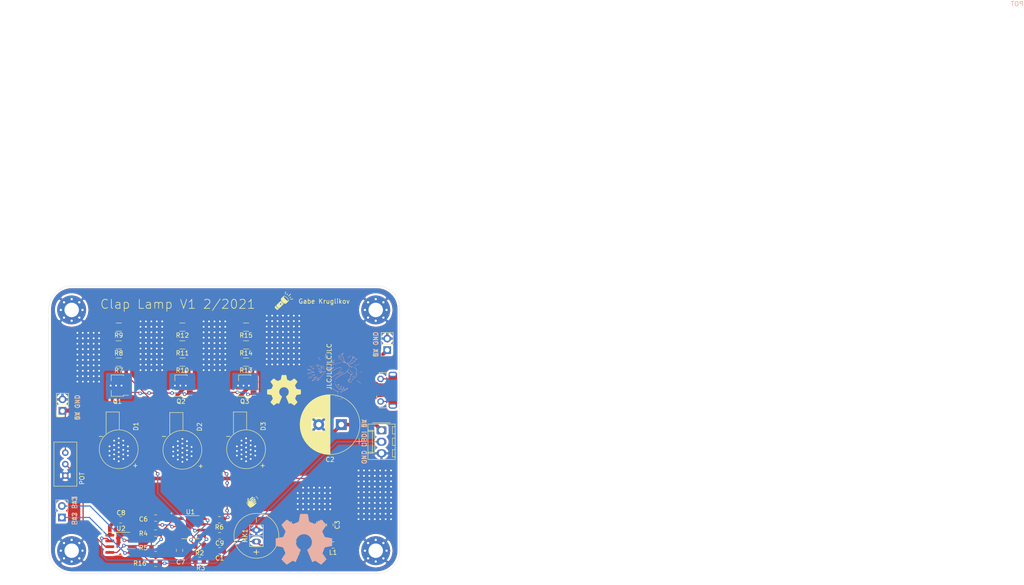
<source format=kicad_pcb>
(kicad_pcb (version 20211014) (generator pcbnew)
  (layers (0 "F.Cu" signal) (31 "B.Cu" signal) (34 "B.Paste" user) (35 "F.Paste" user) (36 "B.SilkS" user "B.Silkscreen") (37 "F.SilkS" user "F.Silkscreen") (38 "B.Mask" user) (39 "F.Mask" user) (44 "Edge.Cuts" user))
  (net 0 "")
  (net 1 "Net-(C1-Pad2)")
  (net 2 "Net-(C1-Pad1)")
  (net 3 "+5V")
  (net 4 "GND")
  (net 5 "Net-(C3-Pad2)")
  (net 6 "+5VA")
  (net 7 "Audio")
  (net 8 "Net-(C6-Pad1)")
  (net 9 "Net-(C7-Pad2)")
  (net 10 "Net-(C9-Pad2)")
  (net 11 "Net-(C9-Pad1)")
  (net 12 "Net-(D1-Pad1)")
  (net 13 "Net-(D2-Pad1)")
  (net 14 "Net-(D3-Pad1)")
  (net 15 "Net-(J1-Pad6)")
  (net 16 "Net-(J1-Pad3)")
  (net 17 "Net-(J1-Pad4)")
  (net 18 "Net-(J1-Pad2)")
  (net 19 "UPDI")
  (net 20 "Net-(J5-Pad2)")
  (net 21 "Net-(J5-Pad1)")
  (net 22 "Net-(Q1-Pad1)")
  (net 23 "Net-(Q2-Pad3)")
  (net 24 "Net-(Q3-Pad3)")
  (net 25 "slope_set")
  (net 26 "DAC")
  (net 27 "Net-(J4-Pad2)")
  (footprint "Capacitor_SMD:C_0805_2012Metric" (layer "F.Cu") (at 192.786 139.7)
    (fp_text reference "C1")
    (fp_text value "1u")
  )
  (footprint "Capacitor_THT:CP_Radial_D13.0mm_P5.00mm" (layer "F.Cu") (at 219.71 111.76 180)
    (fp_text reference "C2")
    (fp_text value "470u")
  )
  (footprint "Capacitor_SMD:C_1206_3216Metric" (layer "F.Cu") (at 213.36 133.855 -90)
    (fp_text reference "C5")
    (fp_text value "47u")
  )
  (footprint "Capacitor_SMD:C_0805_2012Metric" (layer "F.Cu") (at 183.896 139.6215 -90)
    (fp_text reference "C7")
    (fp_text value "10u")
  )
  (footprint "Capacitor_SMD:C_0805_2012Metric" (layer "F.Cu") (at 192.786 136.398 180)
    (fp_text reference "C9")
    (fp_text value "1p")
  )
  (footprint "Connector_PinSocket_2.54mm:PinSocket_1x02_P2.54mm_Vertical" (layer "F.Cu") (at 157.861 132.334 180)
    (fp_text reference "J5" hide)
    (fp_text value "SPARE_PINS")
  )
  (footprint "clap_detector:electret" (layer "F.Cu") (at 200.914 136.398 -90)
    (fp_text reference "MK1")
    (fp_text value "Mic")
  )
  (footprint "Package_TO_SOT_SMD:SOT-89-3" (layer "F.Cu") (at 184.531 103.124 180)
    (fp_text reference "Q2")
    (fp_text value "D882")
  )
  (footprint "Resistor_SMD:R_0805_2012Metric" (layer "F.Cu") (at 209.55 138.43 180)
    (fp_text reference "R1")
    (fp_text value "10k")
  )
  (footprint "Resistor_SMD:R_0805_2012Metric" (layer "F.Cu") (at 188.341 141.859 180)
    (fp_text reference "R3")
    (fp_text value "100k")
  )
  (footprint "Resistor_SMD:R_0805_2012Metric" (layer "F.Cu") (at 178.6105 135.805333 180)
    (fp_text reference "R4")
    (fp_text value "100k")
  )
  (footprint "Resistor_SMD:R_0805_2012Metric" (layer "F.Cu") (at 178.6105 139.149666 180)
    (fp_text reference "R5")
    (fp_text value "1k")
  )
  (footprint "Resistor_SMD:R_0805_2012Metric" (layer "F.Cu") (at 192.7075 132.842 180)
    (fp_text reference "R6")
    (fp_text value "100")
  )
  (footprint "Resistor_SMD:R_1206_3216Metric" (layer "F.Cu") (at 170.434 97.917 180)
    (fp_text reference "R7")
    (fp_text value "10")
  )
  (footprint "Resistor_SMD:R_1206_3216Metric" (layer "F.Cu") (at 170.434 94.107 180)
    (fp_text reference "R8")
    (fp_text value "10")
  )
  (footprint "Resistor_SMD:R_1206_3216Metric" (layer "F.Cu") (at 170.434 90.17 180)
    (fp_text reference "R9")
    (fp_text value "10")
  )
  (footprint "Resistor_SMD:R_1206_3216Metric" (layer "F.Cu") (at 184.531 97.917 180)
    (fp_text reference "R10")
    (fp_text value "10")
  )
  (footprint "Resistor_SMD:R_1206_3216Metric" (layer "F.Cu") (at 184.531 94.107 180)
    (fp_text reference "R11")
    (fp_text value "10")
  )
  (footprint "Resistor_SMD:R_1206_3216Metric" (layer "F.Cu") (at 184.531 90.17 180)
    (fp_text reference "R12")
    (fp_text value "10")
  )
  (footprint "Resistor_SMD:R_1206_3216Metric" (layer "F.Cu") (at 198.628 97.917 180)
    (fp_text reference "R13")
    (fp_text value "10")
  )
  (footprint "Resistor_SMD:R_1206_3216Metric" (layer "F.Cu") (at 198.628 94.107 180)
    (fp_text reference "R14")
    (fp_text value "10")
  )
  (footprint "Resistor_SMD:R_1206_3216Metric" (layer "F.Cu") (at 198.628 90.17 180)
    (fp_text reference "R15")
    (fp_text value "10")
  )
  (footprint "Package_SO:SOIC-8_3.9x4.9mm_P1.27mm" (layer "F.Cu") (at 186.309 134.493)
    (fp_text reference "U1")
    (fp_text value "MCP6002-xSN")
  )
  (footprint "Package_SO:SOIC-8_3.9x4.9mm_P1.27mm" (layer "F.Cu") (at 170.942 138.176)
    (fp_text reference "U2")
    (fp_text value "ATtiny412-SS")
  )
  (footprint "Resistor_SMD:R_0805_2012Metric" (layer "F.Cu") (at 178.6105 142.494)
    (fp_text reference "R16")
    (fp_text value "4.7k")
  )
  (footprint "Package_TO_SOT_SMD:SOT-89-3" (layer "F.Cu") (at 170.434 103.124 180)
    (fp_text reference "Q1")
    (fp_text value "D882")
  )
  (footprint "Connector_PinSocket_2.54mm:PinSocket_1x02_P2.54mm_Vertical" (layer "F.Cu") (at 229.87 95.25 180)
    (fp_text reference "J2" hide)
    (fp_text value "PWR")
  )
  (footprint "Capacitor_SMD:C_0805_2012Metric" (layer "F.Cu") (at 217.8835 138.43 180)
    (fp_text reference "L1")
    (fp_text value "22u")
  )
  (footprint "Capacitor_SMD:C_1206_3216Metric" (layer "F.Cu") (at 209.55 133.855 -90)
    (fp_text reference "C4")
    (fp_text value "47u")
  )
  (footprint "Capacitor_SMD:C_0805_2012Metric" (layer "F.Cu") (at 178.6105 132.461)
    (fp_text reference "C6")
    (fp_text value "10p")
  )
  (footprint "Package_TO_SOT_SMD:SOT-89-3" (layer "F.Cu") (at 198.628 103.124 180)
    (fp_text reference "Q3")
    (fp_text value "D882")
  )
  (footprint "Capacitor_SMD:C_0805_2012Metric" (layer "F.Cu") (at 170.8635 132.842 180)
    (fp_text reference "C8")
    (fp_text value "100n")
  )
  (footprint "Connector_Molex:Molex_KK-254_AE-6410-03A_1x03_P2.54mm_Vertical" (layer "F.Cu") (at 228.6 113.03 -90)
    (fp_text reference "J4" hide)
    (fp_text value "PROG")
  )
  (footprint "MountingHole:MountingHole_3.2mm_M3_Pad_Via" (layer "F.Cu") (at 160.02 86.36)
    (fp_text reference "H2" hide)
    (fp_text value "MountingHole_Pad")
  )
  (footprint "MountingHole:MountingHole_3.2mm_M3_Pad_Via" (layer "F.Cu") (at 160.02 139.7)
    (fp_text reference "H3" hide)
    (fp_text value "MountingHole_Pad")
  )
  (footprint "MountingHole:MountingHole_3.2mm_M3_Pad_Via" (layer "F.Cu") (at 227.33 139.7)
    (fp_text reference "H4" hide)
    (fp_text value "MountingHole_Pad")
  )
  (footprint "MountingHole:MountingHole_3.2mm_M3_Pad_Via" (layer "F.Cu") (at 227.33 86.36)
    (fp_text reference "H1" hide)
    (fp_text value "MountingHole_Pad")
  )
  (footprint "Connector_PinSocket_2.54mm:PinSocket_1x02_P2.54mm_Vertical" (layer "F.Cu") (at 157.988 108.712 180)
    (fp_text reference "J3" hide)
    (fp_text value "PWR")
  )
  (footprint "Connector_USB:USB_Micro-B_Molex-105017-0001" (layer "F.Cu") (at 229.87 104.14 90)
    (fp_text reference "J1" hide)
    (fp_text value "USB_B_Micro")
  )
  (footprint "Capacitor_SMD:C_0805_2012Metric" (layer "F.Cu") (at 213.6625 138.43 180)
    (fp_text reference "L2")
    (fp_text value "47u")
  )
  (footprint "Resistor_SMD:R_0805_2012Metric" (layer "F.Cu") (at 188.341 138.557)
    (fp_text reference "R2")
    (fp_text value "100k")
  )
  (footprint "LED_SMD:LED_1W_3W_R8" (layer "F.Cu") (at 170.434 117.221 -90)
    (fp_text reference "D1")
    (fp_text value "LED_PAD")
  )
  (footprint "LED_SMD:LED_1W_3W_R8" (layer "F.Cu") (at 184.531 117.348 -90)
    (fp_text reference "D2")
    (fp_text value "LED_PAD")
  )
  (footprint "LED_SMD:LED_1W_3W_R8" (layer "F.Cu") (at 198.628 117.221 -90)
    (fp_text reference "D3")
    (fp_text value "LED_PAD")
  )
  (footprint "Potentiometer_THT:Potentiometer_Bourns_3296W_Vertical" (layer "F.Cu") (at 158.623 117.983 90)
    (fp_text reference "POT")
    (fp_text value "R_POT_Small")
  )
  (footprint "images:flashlight_2" (layer "F.Cu") (at 207.01 84.455)
    (fp_text reference "G***" hide)
    (fp_text value "LOGO" hide)
  )
  (footprint "Capacitor_SMD:C_0805_2012Metric" (layer "F.Cu") (at 217.17 133.985 -90)
    (fp_text reference "C3")
    (fp_text value "1u")
  )
  (footprint "images:clappy2" (layer "F.Cu") (at 200.025 128.905)
    (fp_text reference "G***" hide)
    (fp_text value "LOGO" hide)
  )
  (footprint "images:openscr2" (layer "F.Cu") (at 207.01 104.14)
    (fp_text reference "G***" hide)
    (fp_text value "LOGO" hide)
  )
  (footprint "images:openscr" (layer "B.Cu") (at 211.455 137.16 180)
    (fp_text reference "G***" hide)
    (fp_text value "LOGO" hide)
  )
  (footprint "images:trogdor" (layer "B.Cu") (at 218.44 100.965 180)
    (fp_text reference "G***" hide)
    (fp_text value "LOGO" hide)
  )
  (footprint "" (layer "B.Cu") (at 162.56 123.825)
    (fp_text reference "")
    (fp_text value "")
  )
  (gr_circle (center 182.118 131.445) (end 182.245 131.445) (layer "F.SilkS") (width 0.12) (fill none))
  (gr_circle (center 167.005 135.255) (end 167.132 135.255) (layer "F.SilkS") (width 0.12) (fill none))
  (gr_arc (start 232.664 139.7) (mid 231.176102 143.292102) (end 227.584 144.78) (layer "Edge.Cuts") (width 0.05))
  (gr_line (start 160.02 81.026) (end 227.584 81.026) (layer "Edge.Cuts") (width 0.05))
  (gr_arc (start 227.584 81.026) (mid 231.176102 82.513898) (end 232.664 86.106) (layer "Edge.Cuts") (width 0.05))
  (gr_line (start 232.664 86.106) (end 232.664 139.7) (layer "Edge.Cuts") (width 0.05))
  (gr_line (start 154.94 139.7) (end 154.94 86.106) (layer "Edge.Cuts") (width 0.05))
  (gr_arc (start 160.02 144.78) (mid 156.427898 143.292102) (end 154.94 139.7) (layer "Edge.Cuts") (width 0.05))
  (gr_arc (start 154.94 86.106) (mid 156.427898 82.513898) (end 160.02 81.026) (layer "Edge.Cuts") (width 0.05))
  (gr_line (start 160.02 144.78) (end 227.584 144.78) (layer "Edge.Cuts") (width 0.05))
  (gr_text "5V GND" (at 227.33 93.98 270) (layer "B.SilkS") (effects (font (size 1 1)) (justify mirror)))
  (gr_text "5V GND" (at 161.29 107.95 270) (layer "B.SilkS") (effects (font (size 1 1)) (justify mirror)))
  (gr_text "PA2 PA3" (at 160.655 130.81 270) (layer "B.SilkS") (effects (font (size 1 1)) (justify mirror)))
  (gr_text "GND UPDI 5V" (at 224.79 115.57 270) (layer "B.SilkS") (effects (font (size 1 1)) (justify mirror)))
  (gr_text "+" (at 174.117 120.777) (layer "F.SilkS") (effects (font (size 1 1))))
  (gr_text "-" (at 194.691 114.3) (layer "F.SilkS") (effects (font (size 1 1))))
  (gr_text "5V GND" (at 161.29 107.95 90) (layer "F.SilkS") (effects (font (size 1 1))))
  (gr_text "-" (at 180.467 114.3) (layer "F.SilkS") (effects (font (size 1 1))))
  (gr_text "-" (at 166.497 114.3) (layer "F.SilkS") (effects (font (size 1 1))))
  (gr_text "Gabe Kruglikov" (at 215.9 84.455) (layer "F.SilkS") (effects (font (size 1 1))))
  (gr_text "PA2 PA3" (at 160.655 130.81 90) (layer "F.SilkS") (effects (font (size 1 1))))
  (gr_text "+" (at 202.311 120.777) (layer "F.SilkS") (effects (font (size 1 1))))
  (gr_text "Clap Lamp V1 2/2021" (at 183.515 85.09) (layer "F.SilkS") (effects (font (size 2 2))))
  (gr_text "+" (at 188.595 120.904) (layer "F.SilkS") (effects (font (size 1 1))))
  (gr_text "5V GND" (at 227.33 93.98 90) (layer "F.SilkS") (effects (font (size 1 1))))
  (gr_text "JLCJLCJLCJLC" (at 217.043 98.933 90) (layer "F.SilkS") (effects (font (size 1 1))))
  (gr_text "GND UPDI 5V" (at 224.79 115.57 90) (layer "F.SilkS") (effects (font (size 1 1))))
  (segment (start 200.914 137.668) (end 195.7555 137.668) (width 0.25) (layer "F.Cu") (net 1))
  (segment (start 201.676 138.43) (end 200.914 137.668) (width 0.25) (layer "F.Cu") (net 1))
  (segment (start 195.7555 137.668) (end 193.7235 139.7) (width 0.25) (layer "F.Cu") (net 1))
  (segment (start 208.6125 138.43) (end 201.676 138.43) (width 0.25) (layer "F.Cu") (net 1))
  (segment (start 189.2785 141.859) (end 189.2785 138.557) (width 0.25) (layer "F.Cu") (net 2))
  (segment (start 190.4215 139.7) (end 189.2785 138.557) (width 0.25) (layer "F.Cu") (net 2))
  (segment (start 185.47885 135.128) (end 188.90785 138.557) (width 0.25) (layer "F.Cu") (net 2))
  (segment (start 188.90785 138.557) (end 189.2785 138.557) (width 0.25) (layer "F.Cu") (net 2))
  (segment (start 183.834 135.128) (end 185.47885 135.128) (width 0.25) (layer "F.Cu") (net 2))
  (segment (start 191.8485 139.7) (end 190.4215 139.7) (width 0.25) (layer "F.Cu") (net 2))
  (segment (start 159.765 108.585) (end 163.83 112.65) (width 0.8) (layer "F.Cu") (net 3))
  (segment (start 218.821 124.841) (end 218.821 138.43) (width 0.25) (layer "F.Cu") (net 3))
  (segment (start 163.83 120.65) (end 166.878 123.698) (width 0.8) (layer "F.Cu") (net 3))
  (segment (start 168.467 134.301) (end 169.926 132.842) (width 0.8) (layer "F.Cu") (net 3))
  (segment (start 222.885 107.315) (end 222.885 102.235) (width 0.8) (layer "F.Cu") (net 3))
  (segment (start 224.609999 105.590001) (end 227.252499 105.590001) (width 0.8) (layer "F.Cu") (net 3))
  (segment (start 169.926 125.556) (end 171.784 123.698) (width 0.8) (layer "F.Cu") (net 3))
  (segment (start 168.467 136.271) (end 168.467 134.301) (width 0.8) (layer "F.Cu") (net 3))
  (segment (start 158.623 117.983) (end 158.623 109.347) (width 0.25) (layer "F.Cu") (net 3))
  (segment (start 207.772 123.698) (end 217.678 123.698) (width 0.25) (layer "F.Cu") (net 3))
  (segment (start 222.885 107.315) (end 224.609999 105.590001) (width 0.8) (layer "F.Cu") (net 3))
  (segment (start 166.878 123.698) (end 171.784 123.698) (width 0.8) (layer "F.Cu") (net 3))
  (segment (start 227.4025 105.44) (end 227.252499 105.590001) (width 0.4) (layer "F.Cu") (net 3))
  (segment (start 227.252499 105.590001) (end 227.496497 105.590001) (width 0.8) (layer "F.Cu") (net 3))
  (segment (start 217.678 123.698) (end 218.821 124.841) (width 0.25) (layer "F.Cu") (net 3))
  (segment (start 222.885 111.76) (end 227.33 111.76) (width 0.8) (layer "F.Cu") (net 3))
  (segment (start 227.33 111.76) (end 228.6 113.03) (width 0.8) (layer "F.Cu") (net 3))
  (segment (start 169.926 132.842) (end 169.926 125.556) (width 0.8) (layer "F.Cu") (net 3))
  (segment (start 227.935 105.44) (end 228.4075 105.44) (width 0.4) (layer "F.Cu") (net 3))
  (segment (start 158.115 108.585) (end 159.765 108.585) (width 0.8) (layer "F.Cu") (net 3))
  (segment (start 219.71 111.76) (end 222.885 111.76) (width 0.8) (layer "F.Cu") (net 3))
  (segment (start 171.784 123.698) (end 185.881 123.698) (width 0.8) (layer "F.Cu") (net 3))
  (segment (start 222.885 111.76) (end 222.885 107.315) (width 0.8) (layer "F.Cu") (net 3))
  (segment (start 207.772 123.698) (end 219.71 111.76) (width 0.8) (layer "F.Cu") (net 3))
  (segment (start 163.83 112.65) (end 163.83 120.65) (width 0.8) (layer "F.Cu") (net 3))
  (segment (start 199.978 123.698) (end 206.502 123.698) (width 0.8) (layer "F.Cu") (net 3))
  (segment (start 157.988 108.712) (end 159.638 108.712) (width 0.8) (layer "F.Cu") (net 3))
  (segment (start 222.885 102.235) (end 229.87 95.25) (width 0.8) (layer "F.Cu") (net 3))
  (segment (start 158.623 109.347) (end 157.988 108.712) (width 0.25) (layer "F.Cu") (net 3))
  (segment (start 206.502 123.698) (end 207.772 123.698) (width 0.8) (layer "F.Cu") (net 3))
  (segment (start 227.4025 105.44) (end 227.935 105.44) (width 0.4) (layer "F.Cu") (net 3))
  (segment (start 159.638 108.712) (end 159.765 108.585) (width 0.25) (layer "F.Cu") (net 3))
  (segment (start 185.881 123.698) (end 199.978 123.698) (width 0.8) (layer "F.Cu") (net 3))
  (segment (start 227.252499 102.689999) (end 227.496497 102.689999) (width 0.8) (layer "F.Cu") (net 4))
  (segment (start 228.4075 102.84) (end 227.3 102.84) (width 0.4) (layer "F.Cu") (net 4))
  (segment (start 227.36 102.84) (end 228.4075 102.84) (width 0.25) (layer "F.Cu") (net 4))
  (segment (start 226.06 103.882498) (end 227.252499 102.689999) (width 0.8) (layer "F.Cu") (net 4))
  (segment (start 227.3 102.84) (end 226.06 104.08) (width 0.4) (layer "F.Cu") (net 4))
  (segment (start 226.06 104.08) (end 226.06 103.882498) (width 0.8) (layer "F.Cu") (net 4))
  (via (at 186.563 117.729) (size 0.8) (drill 0.4) (layers "F.Cu" "B.Cu") (net 4))
  (via (at 182.499 118.745) (size 0.8) (drill 0.4) (layers "F.Cu" "B.Cu") (net 4))
  (via (at 184.531 117.983) (size 0.8) (drill 0.4) (layers "F.Cu" "B.Cu") (net 4))
  (via (at 184.531 120.015) (size 0.8) (drill 0.4) (layers "F.Cu" "B.Cu") (net 4))
  (via (at 184.531 116.967) (size 0.8) (drill 0.4) (layers "F.Cu" "B.Cu") (net 4))
  (via (at 183.515 118.491) (size 0.8) (drill 0.4) (layers "F.Cu" "B.Cu") (net 4))
  (via (at 182.499 116.713) (size 0.8) (drill 0.4) (layers "F.Cu" "B.Cu") (net 4))
  (via (at 185.547 118.491) (size 0.8) (drill 0.4) (layers "F.Cu" "B.Cu") (net 4))
  (via (at 182.499 117.729) (size 0.8) (drill 0.4) (layers "F.Cu" "B.Cu") (net 4))
  (via (at 184.531 114.935) (size 0.8) (drill 0.4) (layers "F.Cu" "B.Cu") (net 4))
  (via (at 184.531 118.999) (size 0.8) (drill 0.4) (layers "F.Cu" "B.Cu") (net 4))
  (via (at 186.563 116.713) (size 0.8) (drill 0.4) (layers "F.Cu" "B.Cu") (net 4))
  (via (at 185.547 116.459) (size 0.8) (drill 0.4) (layers "F.Cu" "B.Cu") (net 4))
  (via (at 185.547 119.507) (size 0.8) (drill 0.4) (layers "F.Cu" "B.Cu") (net 4))
  (via (at 183.515 115.443) (size 0.8) (drill 0.4) (layers "F.Cu" "B.Cu") (net 4))
  (via (at 183.515 117.475) (size 0.8) (drill 0.4) (layers "F.Cu" "B.Cu") (net 4))
  (via (at 183.515 119.507) (size 0.8) (drill 0.4) (layers "F.Cu" "B.Cu") (net 4))
  (via (at 185.547 115.443) (size 0.8) (drill 0.4) (layers "F.Cu" "B.Cu") (net 4))
  (via (at 184.531 115.951) (size 0.8) (drill 0.4) (layers "F.Cu" "B.Cu") (net 4))
  (via (at 185.547 117.475) (size 0.8) (drill 0.4) (layers "F.Cu" "B.Cu") (net 4))
  (via (at 186.563 118.745) (size 0.8) (drill 0.4) (layers "F.Cu" "B.Cu") (net 4))
  (via (at 183.515 116.459) (size 0.8) (drill 0.4) (layers "F.Cu" "B.Cu") (net 4))
  (via (at 224.72 121.92) (size 0.8) (drill 0.4) (layers "F.Cu" "B.Cu") (net 4))
  (via (at 225.92 121.92) (size 0.8) (drill 0.4) (layers "F.Cu" "B.Cu") (net 4))
  (via (at 227.12 121.92) (size 0.8) (drill 0.4) (layers "F.Cu" "B.Cu") (net 4))
  (via (at 228.32 121.92) (size 0.8) (drill 0.4) (layers "F.Cu" "B.Cu") (net 4))
  (via (at 229.52 121.92) (size 0.8) (drill 0.4) (layers "F.Cu" "B.Cu") (net 4))
  (via (at 230.72 121.92) (size 0.8) (drill 0.4) (layers "F.Cu" "B.Cu") (net 4))
  (via (at 223.52 123.12) (size 0.8) (drill 0.4) (layers "F.Cu" "B.Cu") (net 4))
  (via (at 224.72 123.12) (size 0.8) (drill 0.4) (layers "F.Cu" "B.Cu") (net 4))
  (via (at 225.92 123.12) (size 0.8) (drill 0.4) (layers "F.Cu" "B.Cu") (net 4))
  (via (at 227.12 123.12) (size 0.8) (drill 0.4) (layers "F.Cu" "B.Cu") (net 4))
  (via (at 228.32 123.12) (size 0.8) (drill 0.4) (layers "F.Cu" "B.Cu") (net 4))
  (via (at 229.52 123.12) (size 0.8) (drill 0.4) (layers "F.Cu" "B.Cu") (net 4))
  (via (at 230.72 123.12) (size 0.8) (drill 0.4) (layers "F.Cu" "B.Cu") (net 4))
  (via (at 223.52 124.32) (size 0.8) (drill 0.4) (layers "F.Cu" "B.Cu") (net 4))
  (via (at 224.72 124.32) (size 0.8) (drill 0.4) (layers "F.Cu" "B.Cu") (net 4))
  (via (at 225.92 124.32) (size 0.8) (drill 0.4) (layers "F.Cu" "B.Cu") (net 4))
  (via (at 227.12 124.32) (size 0.8) (drill 0.4) (layers "F.Cu" "B.Cu") (net 4))
  (via (at 228.32 124.32) (size 0.8) (drill 0.4) (layers "F.Cu" "B.Cu") (net 4))
  (via (at 229.52 124.32) (size 0.8) (drill 0.4) (layers "F.Cu" "B.Cu") (net 4))
  (via (at 230.72 124.32) (size 0.8) (drill 0.4) (layers "F.Cu" "B.Cu") (net 4))
  (via (at 223.52 125.52) (size 0.8) (drill 0.4) (layers "F.Cu" "B.Cu") (net 4))
  (via (at 224.72 125.52) (size 0.8) (drill 0.4) (layers "F.Cu" "B.Cu") (net 4))
  (via (at 225.92 125.52) (size 0.8) (drill 0.4) (layers "F.Cu" "B.Cu") (net 4))
  (via (at 227.12 125.52) (size 0.8) (drill 0.4) (layers "F.Cu" "B.Cu") (net 4))
  (via (at 228.32 125.52) (size 0.8) (drill 0.4) (layers "F.Cu" "B.Cu") (net 4))
  (via (at 229.52 125.52) (size 0.8) (drill 0.4) (layers "F.Cu" "B.Cu") (net 4))
  (via (at 230.72 125.52) (size 0.8) (drill 0.4) (layers "F.Cu" "B.Cu") (net 4))
  (via (at 223.52 126.72) (size 0.8) (drill 0.4) (layers "F.Cu" "B.Cu") (net 4))
  (via (at 224.72 126.72) (size 0.8) (drill 0.4) (layers "F.Cu" "B.Cu") (net 4))
  (via (at 225.92 126.72) (size 0.8) (drill 0.4) (layers "F.Cu" "B.Cu") (net 4))
  (via (at 227.12 126.72) (size 0.8) (drill 0.4) (layers "F.Cu" "B.Cu") (net 4))
  (via (at 228.32 126.72) (size 0.8) (drill 0.4) (layers "F.Cu" "B.Cu") (net 4))
  (via (at 229.52 126.72) (size 0.8) (drill 0.4) (layers "F.Cu" "B.Cu") (net 4))
  (via (at 230.72 126.72) (size 0.8) (drill 0.4) (layers "F.Cu" "B.Cu") (net 4))
  (via (at 223.52 127.92) (size 0.8) (drill 0.4) (layers "F.Cu" "B.Cu") (net 4))
  (via (at 224.72 127.92) (size 0.8) (drill 0.4) (layers "F.Cu" "B.Cu") (net 4))
  (via (at 225.92 127.92) (size 0.8) (drill 0.4) (layers "F.Cu" "B.Cu") (net 4))
  (via (at 227.12 127.92) (size 0.8) (drill 0.4) (layers "F.Cu" "B.Cu") (net 4))
  (via (at 228.32 127.92) (size 0.8) (drill 0.4) (layers "F.Cu" "B.Cu") (net 4))
  (via (at 229.52 127.92) (size 0.8) (drill 0.4) (layers "F.Cu" "B.Cu") (net 4))
  (via (at 230.72 127.92) (size 0.8) (drill 0.4) (layers "F.Cu" "B.Cu") (net 4))
  (via (at 223.52 129.12) (size 0.8) (drill 0.4) (layers "F.Cu" "B.Cu") (net 4))
  (via (at 224.72 129.12) (size 0.8) (drill 0.4) (layers "F.Cu" "B.Cu") (net 4))
  (via (at 225.92 129.12) (size 0.8) (drill 0.4) (layers "F.Cu" "B.Cu") (net 4))
  (via (at 227.12 129.12) (size 0.8) (drill 0.4) (layers "F.Cu" "B.Cu") (net 4))
  (via (at 228.32 129.12) (size 0.8) (drill 0.4) (layers "F.Cu" "B.Cu") (net 4))
  (via (at 229.52 129.12) (size 0.8) (drill 0.4) (layers "F.Cu" "B.Cu") (net 4))
  (via (at 230.72 129.12) (size 0.8) (drill 0.4) (layers "F.Cu" "B.Cu") (net 4))
  (via (at 223.52 130.32) (size 0.8) (drill 0.4) (layers "F.Cu" "B.Cu") (net 4))
  (via (at 224.72 130.32) (size 0.8) (drill 0.4) (layers "F.Cu" "B.Cu") (net 4))
  (via (at 225.92 130.32) (size 0.8) (drill 0.4) (layers "F.Cu" "B.Cu") (net 4))
  (via (at 227.12 130.32) (size 0.8) (drill 0.4) (layers "F.Cu" "B.Cu") (net 4))
  (via (at 228.32 130.32) (size 0.8) (drill 0.4) (layers "F.Cu" "B.Cu") (net 4))
  (via (at 229.52 130.32) (size 0.8) (drill 0.4) (layers "F.Cu" "B.Cu") (net 4))
  (via (at 230.72 130.32) (size 0.8) (drill 0.4) (layers "F.Cu" "B.Cu") (net 4))
  (via (at 223.52 131.52) (size 0.8) (drill 0.4) (layers "F.Cu" "B.Cu") (net 4))
  (via (at 224.72 131.52) (size 0.8) (drill 0.4) (layers "F.Cu" "B.Cu") (net 4))
  (via (at 225.92 131.52) (size 0.8) (drill 0.4) (layers "F.Cu" "B.Cu") (net 4))
  (via (at 227.12 131.52) (size 0.8) (drill 0.4) (layers "F.Cu" "B.Cu") (net 4))
  (via (at 228.32 131.52) (size 0.8) (drill 0.4) (layers "F.Cu" "B.Cu") (net 4))
  (via (at 229.52 131.52) (size 0.8) (drill 0.4) (layers "F.Cu" "B.Cu") (net 4))
  (via (at 230.72 131.52) (size 0.8) (drill 0.4) (layers "F.Cu" "B.Cu") (net 4))
  (via (at 223.52 132.72) (size 0.8) (drill 0.4) (layers "F.Cu" "B.Cu") (net 4))
  (via (at 224.72 132.72) (size 0.8) (drill 0.4) (layers "F.Cu" "B.Cu") (net 4))
  (via (at 225.92 132.72) (size 0.8) (drill 0.4) (layers "F.Cu" "B.Cu") (net 4))
  (via (at 227.12 132.72) (size 0.8) (drill 0.4) (layers "F.Cu" "B.Cu") (net 4))
  (via (at 228.32 132.72) (size 0.8) (drill 0.4) (layers "F.Cu" "B.Cu") (net 4))
  (via (at 229.52 132.72) (size 0.8) (drill 0.4) (layers "F.Cu" "B.Cu") (net 4))
  (via (at 230.72 132.72) (size 0.8) (drill 0.4) (layers "F.Cu" "B.Cu") (net 4))
  (via (at 203.2 87.63) (size 0.8) (drill 0.4) (layers "F.Cu" "B.Cu") (net 4))
  (via (at 205.6 91.23) (size 0.8) (drill 0.4) (layers "F.Cu" "B.Cu") (net 4))
  (via (at 206.8 91.23) (size 0.8) (drill 0.4) (layers "F.Cu" "B.Cu") (net 4))
  (via (at 203.2 92.43) (size 0.8) (drill 0.4) (layers "F.Cu" "B.Cu") (net 4))
  (via (at 204.4 92.43) (size 0.8) (drill 0.4) (layers "F.Cu" "B.Cu") (net 4))
  (via (at 205.6 87.63) (size 0.8) (drill 0.4) (layers "F.Cu" "B.Cu") (net 4))
  (via (at 205.6 88.83) (size 0.8) (drill 0.4) (layers "F.Cu" "B.Cu") (net 4))
  (via (at 205.6 90.03) (size 0.8) (drill 0.4) (layers "F.Cu" "B.Cu") (net 4))
  (via (at 208 87.63) (size 0.8) (drill 0.4) (layers "F.Cu" "B.Cu") (net 4))
  (via (at 208 88.83) (size 0.8) (drill 0.4) (layers "F.Cu" "B.Cu") (net 4))
  (via (at 210.4 90.03) (size 0.8) (drill 0.4) (layers "F.Cu" "B.Cu") (net 4))
  (via (at 208 91.23) (size 0.8) (drill 0.4) (layers "F.Cu" "B.Cu") (net 4))
  (via (at 203.2 91.23) (size 0.8) (drill 0.4) (layers "F.Cu" "B.Cu") (net 4))
  (via (at 206.8 87.63) (size 0.8) (drill 0.4) (layers "F.Cu" "B.Cu") (net 4))
  (via (at 209.2 91.23) (size 0.8) (drill 0.4) (layers "F.Cu" "B.Cu") (net 4))
  (via (at 210.4 91.23) (size 0.8) (drill 0.4) (layers "F.Cu" "B.Cu") (net 4))
  (via (at 204.4 87.63) (size 0.8) (drill 0.4) (layers "F.Cu" "B.Cu") (net 4))
  (via (at 206.8 90.03) (size 0.8) (drill 0.4) (layers "F.Cu" "B.Cu") (net 4))
  (via (at 204.4 90.03) (size 0.8) (drill 0.4) (layers "F.Cu" "B.Cu") (net 4))
  (via (at 203.2 88.83) (size 0.8) (drill 0.4) (layers "F.Cu" "B.Cu") (net 4))
  (via (at 203.2 90.03) (size 0.8) (drill 0.4) (layers "F.Cu" "B.Cu") (net 4))
  (via (at 206.8 88.83) (size 0.8) (drill 0.4) (layers "F.Cu" "B.Cu") (net 4))
  (via (at 210.4 88.83) (size 0.8) (drill 0.4) (layers "F.Cu" "B.Cu") (net 4))
  (via (at 209.2 87.63) (size 0.8) (drill 0.4) (layers "F.Cu" "B.Cu") (net 4))
  (via (at 210.4 87.63) (size 0.8) (drill 0.4) (layers "F.Cu" "B.Cu") (net 4))
  (via (at 209.2 88.83) (size 0.8) (drill 0.4) (layers "F.Cu" "B.Cu") (net 4))
  (via (at 204.4 88.83) (size 0.8) (drill 0.4) (layers "F.Cu" "B.Cu") (net 4))
  (via (at 208 90.03) (size 0.8) (drill 0.4) (layers "F.Cu" "B.Cu") (net 4))
  (via (at 209.2 90.03) (size 0.8) (drill 0.4) (layers "F.Cu" "B.Cu") (net 4))
  (via (at 204.4 91.23) (size 0.8) (drill 0.4) (layers "F.Cu" "B.Cu") (net 4))
  (via (at 205.6 94.83) (size 0.8) (drill 0.4) (layers "F.Cu" "B.Cu") (net 4))
  (via (at 204.4 97.23) (size 0.8) (drill 0.4) (layers "F.Cu" "B.Cu") (net 4))
  (via (at 206.8 93.63) (size 0.8) (drill 0.4) (layers "F.Cu" "B.Cu") (net 4))
  (via (at 209.2 94.83) (size 0.8) (drill 0.4) (layers "F.Cu" "B.Cu") (net 4))
  (via (at 203.2 94.83) (size 0.8) (drill 0.4) (layers "F.Cu" "B.Cu") (net 4))
  (via (at 206.8 96.03) (size 0.8) (drill 0.4) (layers "F.Cu" "B.Cu") (net 4))
  (via (at 203.2 96.03) (size 0.8) (drill 0.4) (layers "F.Cu" "B.Cu") (net 4))
  (via (at 205.6 97.23) (size 0.8) (drill 0.4) (layers "F.Cu" "B.Cu") (net 4))
  (via (at 208 97.23) (size 0.8) (drill 0.4) (layers "F.Cu" "B.Cu") (net 4))
  (via (at 210.4 92.43) (size 0.8) (drill 0.4) (layers "F.Cu" "B.Cu") (net 4))
  (via (at 208 96.03) (size 0.8) (drill 0.4) (layers "F.Cu" "B.Cu") (net 4))
  (via (at 209.2 92.43) (size 0.8) (drill 0.4) (layers "F.Cu" "B.Cu") (net 4))
  (via (at 208 93.63) (size 0.8) (drill 0.4) (layers "F.Cu" "B.Cu") (net 4))
  (via (at 210.4 93.63) (size 0.8) (drill 0.4) (layers "F.Cu" "B.Cu") (net 4))
  (via (at 204.4 94.83) (size 0.8) (drill 0.4) (layers "F.Cu" "B.Cu") (net 4))
  (via (at 209.2 93.63) (size 0.8) (drill 0.4) (layers "F.Cu" "B.Cu") (net 4))
  (via (at 208 94.83) (size 0.8) (drill 0.4) (layers "F.Cu" "B.Cu") (net 4))
  (via (at 203.2 97.23) (size 0.8) (drill 0.4) (layers "F.Cu" "B.Cu") (net 4))
  (via (at 206.8 97.23) (size 0.8) (drill 0.4) (layers "F.Cu" "B.Cu") (net 4))
  (via (at 203.2 93.63) (size 0.8) (drill 0.4) (layers "F.Cu" "B.Cu") (net 4))
  (via (at 208 92.43) (size 0.8) (drill 0.4) (layers "F.Cu" "B.Cu") (net 4))
  (via (at 206.8 94.83) (size 0.8) (drill 0.4) (layers "F.Cu" "B.Cu") (net 4))
  (via (at 204.4 96.03) (size 0.8) (drill 0.4) (layers "F.Cu" "B.Cu") (net 4))
  (via (at 205.6 93.63) (size 0.8) (drill 0.4) (layers "F.Cu" "B.Cu") (net 4))
  (via (at 206.8 92.43) (size 0.8) (drill 0.4) (layers "F.Cu" "B.Cu") (net 4))
  (via (at 209.2 96.03) (size 0.8) (drill 0.4) (layers "F.Cu" "B.Cu") (net 4))
  (via (at 204.4 93.63) (size 0.8) (drill 0.4) (layers "F.Cu" "B.Cu") (net 4))
  (via (at 205.6 96.03) (size 0.8) (drill 0.4) (layers "F.Cu" "B.Cu") (net 4))
  (via (at 210.4 94.83) (size 0.8) (drill 0.4) (layers "F.Cu" "B.Cu") (net 4))
  (via (at 205.6 92.43) (size 0.8) (drill 0.4) (layers "F.Cu" "B.Cu") (net 4))
  (via (at 210.4 96.03) (size 0.8) (drill 0.4) (layers "F.Cu" "B.Cu") (net 4))
  (via (at 204.4 98.43) (size 0.8) (drill 0.4) (layers "F.Cu" "B.Cu") (net 4))
  (via (at 209.2 97.23) (size 0.8) (drill 0.4) (layers "F.Cu" "B.Cu") (net 4))
  (via (at 203.2 98.43) (size 0.8) (drill 0.4) (layers "F.Cu" "B.Cu") (net 4))
  (via (at 208 98.43) (size 0.8) (drill 0.4) (layers "F.Cu" "B.Cu") (net 4))
  (via (at 206.8 98.43) (size 0.8) (drill 0.4) (layers "F.Cu" "B.Cu") (net 4))
  (via (at 209.2 98.43) (size 0.8) (drill 0.4) (layers "F.Cu" "B.Cu") (net 4))
  (via (at 210.4 97.23) (size 0.8) (drill 0.4) (layers "F.Cu" "B.Cu") (net 4))
  (via (at 210.4 98.43) (size 0.8) (drill 0.4) (layers "F.Cu" "B.Cu") (net 4))
  (via (at 205.6 98.43) (size 0.8) (drill 0.4) (layers "F.Cu" "B.Cu") (net 4))
  (via (at 189.23 92.5) (size 0.8) (drill 0.4) (layers "F.Cu" "B.Cu") (net 4))
  (via (at 190.43 88.9) (size 0.8) (drill 0.4) (layers "F.Cu" "B.Cu") (net 4))
  (via (at 191.63 91.3) (size 0.8) (drill 0.4) (layers "F.Cu" "B.Cu") (net 4))
  (via (at 194.03 91.3) (size 0.8) (drill 0.4) (layers "F.Cu" "B.Cu") (net 4))
  (via (at 192.83 94.9) (size 0.8) (drill 0.4) (layers "F.Cu" "B.Cu") (net 4))
  (via (at 191.63 92.5) (size 0.8) (drill 0.4) (layers "F.Cu" "B.Cu") (net 4))
  (via (at 189.23 91.3) (size 0.8) (drill 0.4) (layers "F.Cu" "B.Cu") (net 4))
  (via (at 189.23 93.7) (size 0.8) (drill 0.4) (layers "F.Cu" "B.Cu") (net 4))
  (via (at 190.43 91.3) (size 0.8) (drill 0.4) (layers "F.Cu" "B.Cu") (net 4))
  (via (at 192.83 90.1) (size 0.8) (drill 0.4) (layers "F.Cu" "B.Cu") (net 4))
  (via (at 192.83 92.5) (size 0.8) (drill 0.4) (layers "F.Cu" "B.Cu") (net 4))
  (via (at 191.63 88.9) (size 0.8) (drill 0.4) (layers "F.Cu" "B.Cu") (net 4))
  (via (at 192.83 91.3) (size 0.8) (drill 0.4) (layers "F.Cu" "B.Cu") (net 4))
  (via (at 189.23 90.1) (size 0.8) (drill 0.4) (layers "F.Cu" "B.Cu") (net 4))
  (via (at 191.63 96.1) (size 0.8) (drill 0.4) (layers "F.Cu" "B.Cu") (net 4))
  (via (at 191.63 90.1) (size 0.8) (drill 0.4) (layers "F.Cu" "B.Cu") (net 4))
  (via (at 191.63 98.5) (size 0.8) (drill 0.4) (layers "F.Cu" "B.Cu") (net 4))
  (via (at 189.23 97.3) (size 0.8) (drill 0.4) (layers "F.Cu" "B.Cu") (net 4))
  (via (at 194.03 98.5) (size 0.8) (drill 0.4) (layers "F.Cu" "B.Cu") (net 4))
  (via (at 190.43 98.5) (size 0.8) (drill 0.4) (layers "F.Cu" "B.Cu") (net 4))
  (via (at 194.03 96.1) (size 0.8) (drill 0.4) (layers "F.Cu" "B.Cu") (net 4))
  (via (at 189.23 98.5) (size 0.8) (drill 0.4) (layers "F.Cu" "B.Cu") (net 4))
  (via (at 192.83 98.5) (size 0.8) (drill 0.4) (layers "F.Cu" "B.Cu") (net 4))
  (via (at 194.03 88.9) (size 0.8) (drill 0.4) (layers "F.Cu" "B.Cu") (net 4))
  (via (at 189.23 96.1) (size 0.8) (drill 0.4) (layers "F.Cu" "B.Cu") (net 4))
  (via (at 190.43 92.5) (size 0.8) (drill 0.4) (layers "F.Cu" "B.Cu") (net 4))
  (via (at 192.83 97.3) (size 0.8) (drill 0.4) (layers "F.Cu" "B.Cu") (net 4))
  (via (at 194.03 93.7) (size 0.8) (drill 0.4) (layers "F.Cu" "B.Cu") (net 4))
  (via (at 192.83 93.7) (size 0.8) (drill 0.4) (layers "F.Cu" "B.Cu") (net 4))
  (via (at 190.43 94.9) (size 0.8) (drill 0.4) (layers "F.Cu" "B.Cu") (net 4))
  (via (at 191.63 93.7) (size 0.8) (drill 0.4) (layers "F.Cu" "B.Cu") (net 4))
  (via (at 191.63 97.3) (size 0.8) (drill 0.4) (layers "F.Cu" "B.Cu") (net 4))
  (via (at 190.43 99.7) (size 0.8) (drill 0.4) (layers "F.Cu" "B.Cu") (net 4))
  (via (at 192.83 88.9) (size 0.8) (drill 0.4) (layers "F.Cu" "B.Cu") (net 4))
  (via (at 190.43 90.1) (size 0.8) (drill 0.4) (layers "F.Cu" "B.Cu") (net 4))
  (via (at 189.23 94.9) (size 0.8) (drill 0.4) (layers "F.Cu" "B.Cu") (net 4))
  (via (at 192.83 96.1) (size 0.8) (drill 0.4) (layers "F.Cu" "B.Cu") (net 4))
  (via (at 190.43 93.7) (size 0.8) (drill 0.4) (layers "F.Cu" "B.Cu") (net 4))
  (via (at 194.03 97.3) (size 0.8) (drill 0.4) (layers "F.Cu" "B.Cu") (net 4))
  (via (at 194.03 94.9) (size 0.8) (drill 0.4) (layers "F.Cu" "B.Cu") (net 4))
  (via (at 189.23 88.9) (size 0.8) (drill 0.4) (layers "F.Cu" "B.Cu") (net 4))
  (via (at 190.43 96.1) (size 0.8) (drill 0.4) (layers "F.Cu" "B.Cu") (net 4))
  (via (at 190.43 97.3) (size 0.8) (drill 0.4) (layers "F.Cu" "B.Cu") (net 4))
  (via (at 194.03 90.1) (size 0.8) (drill 0.4) (layers "F.Cu" "B.Cu") (net 4))
  (via (at 191.63 94.9) (size 0.8) (drill 0.4) (layers "F.Cu" "B.Cu") (net 4))
  (via (at 194.03 92.5) (size 0.8) (drill 0.4) (layers "F.Cu" "B.Cu") (net 4))
  (via (at 189.23 99.7) (size 0.8) (drill 0.4) (layers "F.Cu" "B.Cu") (net 4))
  (via (at 194.03 99.7) (size 0.8) (drill 0.4) (layers "F.Cu" "B.Cu") (net 4))
  (via (at 192.83 99.7) (size 0.8) (drill 0.4) (layers "F.Cu" "B.Cu") (net 4))
  (via (at 191.63 99.7) (size 0.8) (drill 0.4) (layers "F.Cu" "B.Cu") (net 4))
  (via (at 212.458 129.33) (size 0.8) (drill 0.4) (layers "F.Cu" "B.Cu") (net 4))
  (via (at 213.658 129.33) (size 0.8) (drill 0.4) (layers "F.Cu" "B.Cu") (net 4))
  (via (at 210.058 130.53) (size 0.8) (drill 0.4) (layers "F.Cu" "B.Cu") (net 4))
  (via (at 211.258 130.53) (size 0.8) (drill 0.4) (layers "F.Cu" "B.Cu") (net 4))
  (via (at 212.458 125.73) (size 0.8) (drill 0.4) (layers "F.Cu" "B.Cu") (net 4))
  (via (at 212.458 126.93) (size 0.8) (drill 0.4) (layers "F.Cu" "B.Cu") (net 4))
  (via (at 212.458 128.13) (size 0.8) (drill 0.4) (layers "F.Cu" "B.Cu") (net 4))
  (via (at 214.858 125.73) (size 0.8) (drill 0.4) (layers "F.Cu" "B.Cu") (net 4))
  (via (at 214.858 126.93) (size 0.8) (drill 0.4) (layers "F.Cu" "B.Cu") (net 4))
  (via (at 217.258 128.13) (size 0.8) (drill 0.4) (layers "F.Cu" "B.Cu") (net 4))
  (via (at 214.858 129.33) (size 0.8) (drill 0.4) (layers "F.Cu" "B.Cu") (net 4))
  (via (at 210.058 129.33) (size 0.8) (drill 0.4) (layers "F.Cu" "B.Cu") (net 4))
  (via (at 213.658 125.73) (size 0.8) (drill 0.4) (layers "F.Cu" "B.Cu") (net 4))
  (via (at 216.058 129.33) (size 0.8) (drill 0.4) (layers "F.Cu" "B.Cu") (net 4))
  (via (at 217.258 129.33) (size 0.8) (drill 0.4) (layers "F.Cu" "B.Cu") (net 4))
  (via (at 211.258 125.73) (size 0.8) (drill 0.4) (layers "F.Cu" "B.Cu") (net 4))
  (via (at 213.658 128.13) (size 0.8) (drill 0.4) (layers "F.Cu" "B.Cu") (net 4))
  (via (at 211.258 128.13) (size 0.8) (drill 0.4) (layers "F.Cu" "B.Cu") (net 4))
  (via (at 210.058 126.93) (size 0.8) (drill 0.4) (layers "F.Cu" "B.Cu") (net 4))
  (via (at 210.058 128.13) (size 0.8) (drill 0.4) (layers "F.Cu" "B.Cu") (net 4))
  (via (at 213.658 126.93) (size 0.8) (drill 0.4) (layers "F.Cu" "B.Cu") (net 4))
  (via (at 217.258 126.93) (size 0.8) (drill 0.4) (layers "F.Cu" "B.Cu") (net 4))
  (via (at 216.058 125.73) (size 0.8) (drill 0.4) (layers "F.Cu" "B.Cu") (net 4))
  (via (at 217.258 125.73) (size 0.8) (drill 0.4) (layers "F.Cu" "B.Cu") (net 4))
  (via (at 216.058 126.93) (size 0.8) (drill 0.4) (layers "F.Cu" "B.Cu") (net 4))
  (via (at 211.258 126.93) (size 0.8) (drill 0.4) (layers "F.Cu" "B.Cu") (net 4))
  (via (at 214.858 128.13) (size 0.8) (drill 0.4) (layers "F.Cu" "B.Cu") (net 4))
  (via (at 216.058 128.13) (size 0.8) (drill 0.4) (layers "F.Cu" "B.Cu") (net 4))
  (via (at 211.258 129.33) (size 0.8) (drill 0.4) (layers "F.Cu" "B.Cu") (net 4))
  (via (at 217.258 130.53) (size 0.8) (drill 0.4) (layers "F.Cu" "B.Cu") (net 4))
  (via (at 216.058 130.53) (size 0.8) (drill 0.4) (layers "F.Cu" "B.Cu") (net 4))
  (via (at 214.858 130.53) (size 0.8) (drill 0.4) (layers "F.Cu" "B.Cu") (net 4))
  (via (at 213.658 130.53) (size 0.8) (drill 0.4) (layers "F.Cu" "B.Cu") (net 4))
  (via (at 212.458 130.53) (size 0.8) (drill 0.4) (layers "F.Cu" "B.Cu") (net 4))
  (via (at 164.89 102.24) (size 0.8) (drill 0.4) (layers "F.Cu" "B.Cu") (net 4))
  (via (at 170.434 115.824) (size 0.8) (drill 0.4) (layers "F.Cu" "B.Cu") (net 4))
  (via (at 178.86 90.1) (size 0.8) (drill 0.4) (layers "F.Cu" "B.Cu") (net 4))
  (via (at 163.69 92.64) (size 0.8) (drill 0.4) (layers "F.Cu" "B.Cu") (net 4))
  (via (at 163.69 101.04) (size 0.8) (drill 0.4) (layers "F.Cu" "B.Cu") (net 4))
  (via (at 199.644 117.348) (size 0.8) (drill 0.4) (layers "F.Cu" "B.Cu") (net 4))
  (via (at 177.66 92.5) (size 0.8) (drill 0.4) (layers "F.Cu" "B.Cu") (net 4))
  (via (at 175.26 92.5) (size 0.8) (drill 0.4) (layers "F.Cu" "B.Cu") (net 4))
  (via (at 166.09 92.64) (size 0.8) (drill 0.4) (layers "F.Cu" "B.Cu") (net 4))
  (via (at 178.86 88.9) (size 0.8) (drill 0.4) (layers "F.Cu" "B.Cu") (net 4))
  (via (at 177.66 90.1) (size 0.8) (drill 0.4) (layers "F.Cu" "B.Cu") (net 4))
  (via (at 223.52 121.92) (size 0.8) (drill 0.4) (layers "F.Cu" "B.Cu") (net 4))
  (via (at 175.26 97.3) (size 0.8) (drill 0.4) (layers "F.Cu" "B.Cu") (net 4))
  (via (at 177.66 91.3) (size 0.8) (drill 0.4) (layers "F.Cu" "B.Cu") (net 4))
  (via (at 166.09 98.64) (size 0.8) (drill 0.4) (layers "F.Cu" "B.Cu") (net 4))
  (via (at 161.29 99.84) (size 0.8) (drill 0.4) (layers "F.Cu" "B.Cu") (net 4))
  (via (at 166.09 95.04) (size 0.8) (drill 0.4) (layers "F.Cu" "B.Cu") (net 4))
  (via (at 171.45 119.38) (size 0.8) (drill 0.4) (layers "F.Cu" "B.Cu") (net 4))
  (via (at 161.29 91.44) (size 0.8) (drill 0.4) (layers "F.Cu" "B.Cu") (net 4))
  (via (at 175.26 94.9) (size 0.8) (drill 0.4) (layers "F.Cu" "B.Cu") (net 4))
  (via (at 166.09 96.24) (size 0.8) (drill 0.4) (layers "F.Cu" "B.Cu") (net 4))
  (via (at 166.09 101.04) (size 0.8) (drill 0.4) (layers "F.Cu" "B.Cu") (net 4))
  (via (at 197.612 117.348) (size 0.8) (drill 0.4) (layers "F.Cu" "B.Cu") (net 4))
  (via (at 196.596 118.618) (size 0.8) (drill 0.4) (layers "F.Cu" "B.Cu") (net 4))
  (via (at 161.29 95.04) (size 0.8) (drill 0.4) (layers "F.Cu" "B.Cu") (net 4))
  (via (at 196.596 116.586) (size 0.8) (drill 0.4) (layers "F.Cu" "B.Cu") (net 4))
  (via (at 162.49 91.44) (size 0.8) (drill 0.4) (layers "F.Cu" "B.Cu") (net 4))
  (via (at 161.29 97.44) (size 0.8) (drill 0.4) (layers "F.Cu" "B.Cu") (net 4))
  (via (at 199.644 119.38) (size 0.8) (drill 0.4) (layers "F.Cu" "B.Cu") (net 4))
  (via (at 175.26 88.9) (size 0.8) (drill 0.4) (layers "F.Cu" "B.Cu") (net 4))
  (via (at 180.06 94.9) (size 0.8) (drill 0.4) (layers "F.Cu" "B.Cu") (net 4))
  (via (at 172.466 117.602) (size 0.8) (drill 0.4) (layers "F.Cu" "B.Cu") (net 4))
  (via (at 196.596 117.602) (size 0.8) (drill 0.4) (layers "F.Cu" "B.Cu") (net 4))
  (via (at 162.49 96.24) (size 0.8) (drill 0.4) (layers "F.Cu" "B.Cu") (net 4))
  (via (at 163.69 97.44) (size 0.8) (drill 0.4) (layers "F.Cu" "B.Cu") (net 4))
  (via (at 170.434 119.888) (size 0.8) (drill 0.4) (layers "F.Cu" "B.Cu") (net 4))
  (via (at 178.86 98.5) (size 0.8) (drill 0.4) (layers "F.Cu" "B.Cu") (net 4))
  (via (at 164.89 99.84) (size 0.8) (drill 0.4) (layers "F.Cu" "B.Cu") (net 4))
  (via (at 176.46 97.3) (size 0.8) (drill 0.4) (layers "F.Cu" "B.Cu") (net 4))
  (via (at 164.89 98.64) (size 0.8) (drill 0.4) (layers "F.Cu" "B.Cu") (net 4))
  (via (at 169.418 117.348) (size 0.8) (drill 0.4) (layers "F.Cu" "B.Cu") (net 4))
  (via (at 200.66 118.618) (size 0.8) (drill 0.4) (layers "F.Cu" "B.Cu") (net 4))
  (via (at 164.89 96.24) (size 0.8) (drill 0.4) (layers "F.Cu" "B.Cu") (net 4))
  (via (at 175.26 90.1) (size 0.8) (drill 0.4) (layers "F.Cu" "B.Cu") (net 4))
  (via (at 162.49 101.04) (size 0.8) (drill 0.4) (layers "F.Cu" "B.Cu") (net 4))
  (via (at 197.612 115.316) (size 0.8) (drill 0.4) (layers "F.Cu" "B.Cu") (net 4))
  (via (at 169.418 115.316) (size 0.8) (drill 0.4) (layers "F.Cu" "B.Cu") (net 4))
  (via (at 166.09 91.44) (size 0.8) (drill 0.4) (layers "F.Cu" "B.Cu") (net 4))
  (via (at 198.628 117.856) (size 0.8) (drill 0.4) (layers "F.Cu" "B.Cu") (net 4))
  (via (at 176.46 98.5) (size 0.8) (drill 0.4) (layers "F.Cu" "B.Cu") (net 4))
  (via (at 198.628 119.888) (size 0.8) (drill 0.4) (layers "F.Cu" "B.Cu") (net 4))
  (via (at 197.612 116.332) (size 0.8) (drill 0.4) (layers "F.Cu" "B.Cu") (net 4))
  (via (at 176.46 92.5) (size 0.8) (drill 0.4) (layers "F.Cu" "B.Cu") (net 4))
  (via (at 161.29 101.04) (size 0.8) (drill 0.4) (layers "F.Cu" "B.Cu") (net 4))
  (via (at 178.86 92.5) (size 0.8) (drill 0.4) (layers "F.Cu" "B.Cu") (net 4))
  (via (at 164.89 101.04) (size 0.8) (drill 0.4) (layers "F.Cu" "B.Cu") (net 4))
  (via (at 197.612 119.38) (size 0.8) (drill 0.4) (layers "F.Cu" "B.Cu") (net 4))
  (via (at 180.06 90.1) (size 0.8) (drill 0.4) (layers "F.Cu" "B.Cu") (net 4))
  (via (at 170.434 114.808) (size 0.8) (drill 0.4) (layers "F.Cu" "B.Cu") (net 4))
  (via (at 162.49 99.84) (size 0.8) (drill 0.4) (layers "F.Cu" "B.Cu") (net 4))
  (via (at 200.66 117.602) (size 0.8) (drill 0.4) (layers "F.Cu" "B.Cu") (net 4))
  (via (at 166.09 102.24) (size 0.8) (drill 0.4) (layers "F.Cu" "B.Cu") (net 4))
  (via (at 199.644 116.332) (size 0.8) (drill 0.4) (layers "F.Cu" "B.Cu") (net 4))
  (via (at 164.89 95.04) (size 0.8) (drill 0.4) (layers "F.Cu" "B.Cu") (net 4))
  (via (at 161.29 96.24) (size 0.8) (drill 0.4) (layers "F.Cu" "B.Cu") (net 4))
  (via (at 178.86 93.7) (size 0.8) (drill 0.4) (layers "F.Cu" "B.Cu") (net 4))
  (via (at 164.89 92.64) (size 0.8) (drill 0.4) (layers "F.Cu" "B.Cu") (net 4))
  (via (at 169.418 119.38) (size 0.8) (drill 0.4) (layers "F.Cu" "B.Cu") (net 4))
  (via (at 168.402 117.602) (size 0.8) (drill 0.4) (layers "F.Cu" "B.Cu") (net 4))
  (via (at 198.628 115.824) (size 0.8) (drill 0.4) (layers "F.Cu" "B.Cu") (net 4))
  (via (at 175.26 98.5) (size 0.8) (drill 0.4) (layers "F.Cu" "B.Cu") (net 4))
  (via (at 198.628 114.808) (size 0.8) (drill 0.4) (layers "F.Cu" "B.Cu") (net 4))
  (via (at 161.29 93.84) (size 0.8) (drill 0.4) (layers "F.Cu" "B.Cu") (net 4))
  (via (at 171.45 117.348) (size 0.8) (drill 0.4) (layers "F.Cu" "B.Cu") (net 4))
  (via (at 171.45 115.316) (size 0.8) (drill 0.4) (layers "F.Cu" "B.Cu") (net 4))
  (via (at 166.09 93.84) (size 0.8) (drill 0.4) (layers "F.Cu" "B.Cu") (net 4))
  (via (at 177.66 98.5) (size 0.8) (drill 0.4) (layers "F.Cu" "B.Cu") (net 4))
  (via (at 199.644 115.316) (size 0.8) (drill 0.4) (layers "F.Cu" "B.Cu") (net 4))
  (via (at 180.06 88.9) (size 0.8) (drill 0.4) (layers "F.Cu" "B.Cu") (net 4))
  (via (at 171.45 116.332) (size 0.8) (drill 0.4) (layers "F.Cu" "B.Cu") (net 4))
  (via (at 164.89 91.44) (size 0.8) (drill 0.4) (layers "F.Cu" "B.Cu") (net 4))
  (via (at 177.66 96.1) (size 0.8) (drill 0.4) (layers "F.Cu" "B.Cu") (net 4))
  (via (at 176.46 94.9) (size 0.8) (drill 0.4) (layers "F.Cu" "B.Cu") (net 4))
  (via (at 175.26 96.1) (size 0.8) (drill 0.4) (layers "F.Cu" "B.Cu") (net 4))
  (via (at 177.66 94.9) (size 0.8) (drill 0.4) (layers "F.Cu" "B.Cu") (net 4))
  (via (at 162.49 97.44) (size 0.8) (drill 0.4) (layers "F.Cu" "B.Cu") (net 4))
  (via (at 161.29 102.24) (size 0.8) (drill 0.4) (layers "F.Cu" "B.Cu") (net 4))
  (via (at 180.06 99.7) (size 0.8) (drill 0.4) (layers "F.Cu" "B.Cu") (net 4))
  (via (at 198.628 116.84) (size 0.8) (drill 0.4) (layers "F.Cu" "B.Cu") (net 4))
  (via (at 172.466 116.586) (size 0.8) (drill 0.4) (layers "F.Cu" "B.Cu") (net 4))
  (via (at 169.418 118.364) (size 0.8) (drill 0.4) (layers "F.Cu" "B.Cu") (net 4))
  (via (at 178.86 97.3) (size 0.8) (drill 0.4) (layers "F.Cu" "B.Cu") (net 4))
  (via (at 163.69 91.44) (size 0.8) (drill 0.4) (layers "F.Cu" "B.Cu") (net 4))
  (via (at 180.06 92.5) (size 0.8) (drill 0.4) (layers "F.Cu" "B.Cu") (net 4))
  (via (at 199.644 118.364) (size 0.8) (drill 0.4) (layers "F.Cu" "B.Cu") (net 4))
  (via (at 162.49 102.24) (size 0.8) (drill 0.4) (layers "F.Cu" "B.Cu") (net 4))
  (via (at 163.69 98.64) (size 0.8) (drill 0.4) (layers "F.Cu" "B.Cu") (net 4))
  (via (at 163.69 95.04) (size 0.8) (drill 0.4) (layers "F.Cu" "B.Cu") (net 4))
  (via (at 176.46 93.7) (size 0.8) (drill 0.4) (layers "F.Cu" "B.Cu") (net 4))
  (via (at 163.69 93.84) (size 0.8) (drill 0.4) (layers "F.Cu" "B.Cu") (net 4))
  (via (at 177.66 93.7) (size 0.8) (drill 0.4) (layers "F.Cu" "B.Cu") (net 4))
  (via (at 176.46 88.9) (size 0.8) (drill 0.4) (layers "F.Cu" "B.Cu") (net 4))
  (via (at 166.09 99.84) (size 0.8) (drill 0.4) (layers "F.Cu" "B.Cu") (net 4))
  (via (at 170.434 118.872) (size 0.8) (drill 0.4) (layers "F.Cu" "B.Cu") (net 4))
  (via (at 172.466 118.618) (size 0.8) (drill 0.4) (layers "F.Cu" "B.Cu") (net 4))
  (via (at 176.46 99.7) (size 0.8) (drill 0.4) (layers "F.Cu" "B.Cu") (net 4))
  (via (at 175.26 99.7) (size 0.8) (drill 0.4) (layers "F.Cu" "B.Cu") (net 4))
  (via (at 180.06 93.7) (size 0.8) (drill 0.4) (layers "F.Cu" "B.Cu") (net 4))
  (via (at 177.66 99.7) (size 0.8) (drill 0.4) (layers "F.Cu" "B.Cu") (net 4))
  (via (at 178.86 96.1) (size 0.8) (drill 0.4) (layers "F.Cu" "B.Cu") (net 4))
  (via (at 162.49 95.04) (size 0.8) (drill 0.4) (layers "F.Cu" "B.Cu") (net 4))
  (via (at 176.46 90.1) (size 0.8) (drill 0.4) (layers "F.Cu" "B.Cu") (net 4))
  (via (at 164.89 93.84) (size 0.8) (drill 0.4) (layers "F.Cu" "B.Cu") (net 4))
  (via (at 180.06 91.3) (size 0.8) (drill 0.4) (layers "F.Cu" "B.Cu") (net 4))
  (via (at 161.29 98.64) (size 0.8) (drill 0.4) (layers "F.Cu" "B.Cu") (net 4))
  (via (at 177.66 97.3) (size 0.8) (drill 0.4) (layers "F.Cu" "B.Cu") (net 4))
  (via (at 176.46 91.3) (size 0.8) (drill 0.4) (layers "F.Cu" "B.Cu") (net 4))
  (via (at 200.66 116.586) (size 0.8) (drill 0.4) (layers "F.Cu" "B.Cu") (net 4))
  (via (at 178.86 99.7) (size 0.8) (drill 0.4) (layers "F.Cu" "B.Cu") (net 4))
  (via (at 162.49 92.64) (size 0.8) (drill 0.4) (layers "F.Cu" "B.Cu") (net 4))
  (via (at 164.89 97.44) (size 0.8) (drill 0.4) (layers "F.Cu" "B.Cu") (net 4))
  (via (at 162.49 93.84) (size 0.8) (drill 0.4) (layers "F.Cu" "B.Cu") (net 4))
  (via (at 163.69 96.24) (size 0.8) (drill 0.4) (layers "F.Cu" "B.Cu") (net 4))
  (via (at 177.66 88.9) (size 0.8) (drill 0.4) (layers "F.Cu" "B.Cu") (net 4))
  (via (at 180.06 97.3) (size 0.8) (drill 0.4) (layers "F.Cu" "B.Cu") (net 4))
  (via (at 162.49 98.64) (size 0.8) (drill 0.4) (layers "F.Cu" "B.Cu") (net 4))
  (via (at 170.434 116.84) (size 0.8) (drill 0.4) (layers "F.Cu" "B.Cu") (net 4))
  (via (at 176.46 96.1) (size 0.8) (drill 0.4) (layers "F.Cu" "B.Cu") (net 4))
  (via (at 180.06 96.1) (size 0.8) (drill 0.4) (layers "F.Cu" "B.Cu") (net 4))
  (via (at 168.402 118.618) (size 0.8) (drill 0.4) (layers "F.Cu" "B.Cu") (net 4))
  (via (at 178.86 91.3) (size 0.8) (drill 0.4) (layers "F.Cu" "B.Cu") (net 4))
  (via (at 163.69 99.84) (size 0.8) (drill 0.4) (layers "F.Cu" "B.Cu") (net 4))
  (via (at 175.26 93.7) (size 0.8) (drill 0.4) (layers "F.Cu" "B.Cu") (net 4))
  (via (at 169.418 116.332) (size 0.8) (drill 0.4) (layers "F.Cu" "B.Cu") (net 4))
  (via (at 197.612 118.364) (size 0.8) (drill 0.4) (layers "F.Cu" "B.Cu") (net 4))
  (via (at 166.09 97.44) (size 0.8) (drill 0.4) (layers "F.Cu" "B.Cu") (net 4))
  (via (at 171.45 118.364) (size 0.8) (drill 0.4) (layers "F.Cu" "B.Cu") (net 4))
  (via (at 170.434 117.856) (size 0.8) (drill 0.4) (layers "F.Cu" "B.Cu") (net 4))
  (via (at 198.628 118.872) (size 0.8) (drill 0.4) (layers "F.Cu" "B.Cu") (net 4))
  (via (at 178.86 94.9) (size 0.8) (drill 0.4) (layers "F.Cu" "B.Cu") (net 4))
  (via (at 163.69 102.24) (size 0.8) (drill 0.4) (layers "F.Cu" "B.Cu") (net 4))
  (via (at 180.06 98.5) (size 0.8) (drill 0.4) (layers "F.Cu" "B.Cu") (net 4))
  (via (at 161.29 92.64) (size 0.8) (drill 0.4) (layers "F.Cu" "B.Cu") (net 4))
  (via (at 175.26 91.3) (size 0.8) (drill 0.4) (layers "F.Cu" "B.Cu") (net 4))
  (via (at 168.402 116.586) (size 0.8) (drill 0.4) (layers "F.Cu" "B.Cu") (net 4))
  (segment (start 216.946 138.43) (end 216.946 135.1465) (width 0.25) (layer "F.Cu") (net 5))
  (segment (start 216.946 138.43) (end 214.6 138.43) (width 0.25) (layer "F.Cu") (net 5))
  (segment (start 216.946 135.1465) (end 217.17 134.9225) (width 0.25) (layer "F.Cu") (net 5))
  (segment (start 212.725 138.43) (end 212.725 135.89) (width 0.25) (layer "F.Cu") (net 6))
  (segment (start 212.725 135.89) (end 213.36 135.255) (width 0.25) (layer "F.Cu") (net 6))
  (segment (start 189.738 132.588) (end 190.119 132.969) (width 0.25) (layer "F.Cu") (net 6))
  (segment (start 189.8 131.572) (end 205.867 131.572) (width 0.25) (layer "F.Cu") (net 6))
  (segment (start 212.725 138.43) (end 210.4875 138.43) (width 0.25) (layer "F.Cu") (net 6))
  (segment (start 188.784 132.588) (end 189.8 131.572) (width 0.25) (layer "F.Cu") (net 6))
  (segment (start 205.867 131.572) (end 209.55 135.255) (width 0.25) (layer "F.Cu") (net 6))
  (segment (start 188.784 132.588) (end 189.738 132.588) (width 0.25) (layer "F.Cu") (net 6))
  (segment (start 209.55 135.255) (end 213.36 135.255) (width 0.25) (layer "F.Cu") (net 6))
  (segment (start 186.436 137.5895) (end 187.4035 138.557) (width 0.25) (layer "F.Cu") (net 6))
  (segment (start 186.436 137.287) (end 186.436 137.5895) (width 0.25) (layer "F.Cu") (net 6))
  (via (at 186.436 137.287) (size 0.8) (drill 0.4) (layers "F.Cu" "B.Cu") (net 6))
  (via (at 190.119 132.969) (size 0.8) (drill 0.4) (layers "F.Cu" "B.Cu") (net 6))
  (segment (start 190.119 133.534685) (end 186.436 137.217685) (width 0.25) (layer "B.Cu") (net 6))
  (segment (start 190.119 132.969) (end 190.119 133.534685) (width 0.25) (layer "B.Cu") (net 6))
  (segment (start 186.436 137.217685) (end 186.436 137.287) (width 0.25) (layer "B.Cu") (net 6))
  (segment (start 179.832 137.16) (end 179.832 136.089333) (width 0.25) (layer "F.Cu") (net 7))
  (segment (start 170.053 140.081) (end 171.577 138.557) (width 0.25) (layer "F.Cu") (net 7))
  (segment (start 182.765333 132.588) (end 183.834 132.588) (width 0.25) (layer "F.Cu") (net 7))
  (segment (start 179.675 132.588) (end 179.548 132.461) (width 0.25) (layer "F.Cu") (net 7))
  (segment (start 179.832 136.089333) (end 179.548 135.805333) (width 0.25) (layer "F.Cu") (net 7))
  (segment (start 183.834 132.588) (end 179.675 132.588) (width 0.25) (layer "F.Cu") (net 7))
  (segment (start 179.548 135.805333) (end 182.765333 132.588) (width 0.25) (layer "F.Cu") (net 7))
  (segment (start 168.467 140.081) (end 170.053 140.081) (width 0.25) (layer "F.Cu") (net 7))
  (via (at 179.832 137.16) (size 0.8) (drill 0.4) (layers "F.Cu" "B.Cu") (net 7))
  (via (at 171.577 138.557) (size 0.8) (drill 0.4) (layers "F.Cu" "B.Cu") (net 7))
  (segment (start 171.577 138.557) (end 178.435 138.557) (width 0.25) (layer "B.Cu") (net 7))
  (segment (start 178.435 138.557) (end 179.832 137.16) (width 0.25) (layer "B.Cu") (net 7))
  (segment (start 179.197 133.985) (end 180.086 133.985) (width 0.25) (layer "F.Cu") (net 8))
  (segment (start 183.326 134.366) (end 183.834 133.858) (width 0.25) (layer "F.Cu") (net 8))
  (segment (start 177.673 132.461) (end 179.197 133.985) (width 0.25) (layer "F.Cu") (net 8))
  (segment (start 177.673 132.461) (end 177.673 139.149666) (width 0.25) (layer "F.Cu") (net 8))
  (segment (start 182.245 134.366) (end 183.326 134.366) (width 0.25) (layer "F.Cu") (net 8))
  (via (at 180.086 133.985) (size 0.8) (drill 0.4) (layers "F.Cu" "B.Cu") (net 8))
  (via (at 182.245 134.366) (size 0.8) (drill 0.4) (layers "F.Cu" "B.Cu") (net 8))
  (segment (start 181.864 133.985) (end 182.245 134.366) (width 0.25) (layer "B.Cu") (net 8))
  (segment (start 180.086 133.985) (end 181.864 133.985) (width 0.25) (layer "B.Cu") (net 8))
  (segment (start 182.486666 139.149666) (end 183.896 140.559) (width 0.25) (layer "F.Cu") (net 9))
  (segment (start 179.548 139.149666) (end 182.486666 139.149666) (width 0.25) (layer "F.Cu") (net 9))
  (segment (start 172.984 101.624) (end 177.165 105.805) (width 0.25) (layer "F.Cu") (net 10))
  (segment (start 191.8485 136.398) (end 190.5785 135.128) (width 0.25) (layer "F.Cu") (net 10))
  (segment (start 187.325 135.255) (end 188.657 135.255) (width 0.25) (layer "F.Cu") (net 10))
  (segment (start 172.084 90.42) (end 171.834 90.17) (width 0.8) (layer "F.Cu") (net 10))
  (segment (start 179.07 122.555) (end 179.07 122.698) (width 0.25) (layer "F.Cu") (net 10))
  (segment (start 188.657 135.255) (end 188.784 135.128) (width 0.25) (layer "F.Cu") (net 10))
  (segment (start 177.165 105.805) (end 177.165 120.65) (width 0.25) (layer "F.Cu") (net 10))
  (segment (start 190.5785 135.128) (end 188.784 135.128) (width 0.25) (layer "F.Cu") (net 10))
  (segment (start 172.084 101.624) (end 172.984 101.624) (width 0.25) (layer "F.Cu") (net 10))
  (segment (start 172.084 101.624) (end 172.084 90.42) (width 0.8) (layer "F.Cu") (net 10))
  (segment (start 177.165 120.65) (end 179.07 122.555) (width 0.25) (layer "F.Cu") (net 10))
  (via (at 187.325 135.255) (size 0.8) (drill 0.4) (layers "F.Cu" "B.Cu") (net 10))
  (via (at 179.07 122.698) (size 0.8) (drill 0.4) (layers "F.Cu" "B.Cu") (net 10))
  (segment (start 179.07 122.698) (end 179.07 127) (width 0.25) (layer "B.Cu") (net 10))
  (segment (start 179.07 127) (end 187.325 135.255) (width 0.25) (layer "B.Cu") (net 10))
  (segment (start 191.1835 133.858) (end 192.11175 134.78625) (width 0.25) (layer "F.Cu") (net 11))
  (segment (start 192.11175 134.78625) (end 193.7235 136.398) (width 0.25) (layer "F.Cu") (net 11))
  (segment (start 191.77 134.4445) (end 192.11175 134.78625) (width 0.25) (layer "F.Cu") (net 11))
  (segment (start 191.77 132.842) (end 191.77 134.4445) (width 0.25) (layer "F.Cu") (net 11))
  (segment (start 188.784 133.858) (end 191.1835 133.858) (width 0.25) (layer "F.Cu") (net 11))
  (segment (start 169.084 110.998) (end 169.084 105.443998) (width 0.8) (layer "F.Cu") (net 12))
  (segment (start 171.403998 103.124) (end 171.9965 103.124) (width 0.8) (layer "F.Cu") (net 12))
  (segment (start 169.084 105.443998) (end 171.403998 103.124) (width 0.8) (layer "F.Cu") (net 12))
  (via (at 169.856 103.124) (size 0.8) (drill 0.4) (layers "F.Cu" "B.Cu") (net 12))
  (via (at 168.656 103.124) (size 0.8) (drill 0.4) (layers "F.Cu" "B.Cu") (net 12))
  (via (at 171.056 103.124) (size 0.8) (drill 0.4) (layers "F.Cu" "B.Cu") (net 12))
  (segment (start 185.500998 103.124) (end 186.0935 103.124) (width 0.8) (layer "F.Cu") (net 13))
  (segment (start 183.181 105.443998) (end 185.500998 103.124) (width 0.8) (layer "F.Cu") (net 13))
  (segment (start 183.181 110.998) (end 183.181 105.443998) (width 0.8) (layer "F.Cu") (net 13))
  (via (at 184.08 103.124) (size 0.8) (drill 0.4) (layers "F.Cu" "B.Cu") (net 13))
  (via (at 185.28 103.124) (size 0.8) (drill 0.4) (layers "F.Cu" "B.Cu") (net 13))
  (via (at 182.88 103.124) (size 0.8) (drill 0.4) (layers "F.Cu" "B.Cu") (net 13))
  (segment (start 197.278 105.443998) (end 199.597998 103.124) (width 0.8) (layer "F.Cu") (net 14))
  (segment (start 199.597998 103.124) (end 200.1905 103.124) (width 0.8) (layer "F.Cu") (net 14))
  (segment (start 197.278 110.998) (end 197.278 105.443998) (width 0.8) (layer "F.Cu") (net 14))
  (via (at 198.05 103.124) (size 0.8) (drill 0.4) (layers "F.Cu" "B.Cu") (net 14))
  (via (at 199.25 103.124) (size 0.8) (drill 0.4) (layers "F.Cu" "B.Cu") (net 14))
  (via (at 196.85 103.124) (size 0.8) (drill 0.4) (layers "F.Cu" "B.Cu") (net 14))
  (segment (start 230.1075 101.64) (end 231.1075 100.64) (width 0.25) (layer "F.Cu") (net 15))
  (segment (start 228.4075 106.64) (end 230.1075 106.64) (width 0.25) (layer "F.Cu") (net 15))
  (segment (start 231.1075 101.24) (end 231.1075 107.04) (width 0.25) (layer "F.Cu") (net 15))
  (segment (start 228.4075 101.64) (end 230.1075 101.64) (width 0.25) (layer "F.Cu") (net 15))
  (segment (start 230.1075 106.64) (end 231.1075 107.64) (width 0.25) (layer "F.Cu") (net 15))
  (segment (start 173.99 138.811) (end 177.673 142.494) (width 0.25) (layer "F.Cu") (net 19))
  (segment (start 173.417 138.811) (end 173.99 138.811) (width 0.25) (layer "F.Cu") (net 19))
  (segment (start 173.29 137.414) (end 173.417 137.541) (width 0.25) (layer "F.Cu") (net 20))
  (segment (start 171.704 137.414) (end 173.29 137.414) (width 0.25) (layer "F.Cu") (net 20))
  (via (at 171.704 137.414) (size 0.8) (drill 0.4) (layers "F.Cu" "B.Cu") (net 20))
  (segment (start 157.861 129.794) (end 164.084 129.794) (width 0.25) (layer "B.Cu") (net 20))
  (segment (start 164.084 129.794) (end 171.704 137.414) (width 0.25) (layer "B.Cu") (net 20))
  (segment (start 173.29 140.208) (end 173.417 140.081) (width 0.25) (layer "F.Cu") (net 21))
  (segment (start 171.831 140.208) (end 173.29 140.208) (width 0.25) (layer "F.Cu") (net 21))
  (via (at 171.831 140.208) (size 0.8) (drill 0.4) (layers "F.Cu" "B.Cu") (net 21))
  (segment (start 157.861 132.334) (end 163.957 132.334) (width 0.25) (layer "B.Cu") (net 21))
  (segment (start 163.957 132.334) (end 171.831 140.208) (width 0.25) (layer "B.Cu") (net 21))
  (segment (start 172.084 104.624) (end 174.958694 104.624) (width 0.25) (layer "F.Cu") (net 22))
  (segment (start 186.181 104.624) (end 191.111 104.624) (width 0.25) (layer "F.Cu") (net 22))
  (segment (start 194.31 122.698) (end 192.024 120.412) (width 0.25) (layer "F.Cu") (net 22))
  (segment (start 194.019 132.842) (end 194.564 132.297) (width 0.25) (layer "F.Cu") (net 22))
  (segment (start 191.111 104.624) (end 193.501864 104.624) (width 0.25) (layer "F.Cu") (net 22))
  (segment (start 177.165 104.775) (end 182.245 104.775) (width 0.25) (layer "F.Cu") (net 22))
  (segment (start 174.958694 104.624) (end 175.184847 104.850153) (width 0.25) (layer "F.Cu") (net 22))
  (segment (start 192.024 120.412) (end 192.024 105.537) (width 0.25) (layer "F.Cu") (net 22))
  (segment (start 193.645 132.842) (end 194.019 132.842) (width 0.25) (layer "F.Cu") (net 22))
  (segment (start 193.501864 104.624) (end 193.509472 104.616392) (width 0.25) (layer "F.Cu") (net 22))
  (segment (start 185.790394 105.014606) (end 186.181 104.624) (width 0.25) (layer "F.Cu") (net 22))
  (segment (start 192.024 105.537) (end 191.111 104.624) (width 0.25) (layer "F.Cu") (net 22))
  (segment (start 199.823894 105.078106) (end 200.278 104.624) (width 0.25) (layer "F.Cu") (net 22))
  (segment (start 185.024606 105.014606) (end 185.790394 105.014606) (width 0.25) (layer "F.Cu") (net 22))
  (segment (start 199.058106 105.078106) (end 199.823894 105.078106) (width 0.25) (layer "F.Cu") (net 22))
  (segment (start 194.437 130.81) (end 194.437 124.698) (width 0.25) (layer "F.Cu") (net 22))
  (segment (start 193.509472 104.616392) (end 196.691392 104.616392) (width 0.25) (layer "F.Cu") (net 22))
  (via (at 194.437 130.81) (size 0.8) (drill 0.4) (layers "F.Cu" "B.Cu") (net 22))
  (via (at 182.245 104.775) (size 0.8) (drill 0.4) (layers "F.Cu" "B.Cu") (net 22))
  (via (at 175.184847 104.850153) (size 0.8) (drill 0.4) (layers "F.Cu" "B.Cu") (net 22))
  (via (at 194.31 122.698) (size 0.8) (drill 0.4) (layers "F.Cu" "B.Cu") (net 22))
  (via (at 194.437 124.698) (size 0.8) (drill 0.4) (layers "F.Cu" "B.Cu") (net 22))
  (via (at 185.024606 105.014606) (size 0.8) (drill 0.4) (layers "F.Cu" "B.Cu") (net 22))
  (via (at 194.564 132.297) (size 0.8) (drill 0.4) (layers "F.Cu" "B.Cu") (net 22))
  (via (at 196.691392 104.616392) (size 0.8) (drill 0.4) (layers "F.Cu" "B.Cu") (net 22))
  (via (at 199.058106 105.078106) (size 0.8) (drill 0.4) (layers "F.Cu" "B.Cu") (net 22))
  (via (at 177.165 104.775) (size 0.8) (drill 0.4) (layers "F.Cu" "B.Cu") (net 22))
  (segment (start 175.184847 104.850153) (end 177.089847 104.850153) (width 0.25) (layer "B.Cu") (net 22))
  (segment (start 198.596392 104.616392) (end 199.058106 105.078106) (width 0.25) (layer "B.Cu") (net 22))
  (segment (start 194.564 130.937) (end 194.437 130.81) (width 0.25) (layer "B.Cu") (net 22))
  (segment (start 196.691392 104.616392) (end 198.596392 104.616392) (width 0.25) (layer "B.Cu") (net 22))
  (segment (start 184.785 104.775) (end 185.024606 105.014606) (width 0.25) (layer "B.Cu") (net 22))
  (segment (start 177.089847 104.850153) (end 177.165 104.775) (width 0.25) (layer "B.Cu") (net 22))
  (segment (start 182.245 104.775) (end 184.785 104.775) (width 0.25) (layer "B.Cu") (net 22))
  (segment (start 194.437 122.825) (end 194.31 122.698) (width 0.25) (layer "B.Cu") (net 22))
  (segment (start 194.564 132.297) (end 194.564 130.937) (width 0.25) (layer "B.Cu") (net 22))
  (segment (start 194.437 124.698) (end 194.437 122.825) (width 0.25) (layer "B.Cu") (net 22))
  (segment (start 185.931 90.17) (end 185.931 101.374) (width 0.8) (layer "F.Cu") (net 23))
  (segment (start 185.931 101.374) (end 186.181 101.624) (width 0.8) (layer "F.Cu") (net 23))
  (segment (start 200.028 90.17) (end 200.028 101.374) (width 0.8) (layer "F.Cu") (net 24))
  (segment (start 200.028 101.374) (end 200.278 101.624) (width 0.8) (layer "F.Cu") (net 24))
  (segment (start 162.56 124.46) (end 162.56 133.879) (width 0.25) (layer "F.Cu") (net 25))
  (segment (start 167.492 138.811) (end 168.467 138.811) (width 0.25) (layer "F.Cu") (net 25))
  (segment (start 162.56 133.879) (end 167.492 138.811) (width 0.25) (layer "F.Cu") (net 25))
  (segment (start 158.623 120.523) (end 162.56 124.46) (width 0.25) (layer "F.Cu") (net 25))
  (segment (start 189.103 136.398) (end 189.865 137.16) (width 0.25) (layer "F.Cu") (net 26))
  (segment (start 188.784 136.398) (end 189.103 136.398) (width 0.25) (layer "F.Cu") (net 26))
  (segment (start 166.681653 136.975347) (end 167.901347 136.975347) (width 0.25) (layer "F.Cu") (net 26))
  (segment (start 167.901347 136.975347) (end 168.467 137.541) (width 0.25) (layer "F.Cu") (net 26))
  (via (at 166.681653 136.975347) (size 0.8) (drill 0.4) (layers "F.Cu" "B.Cu") (net 26))
  (via (at 189.865 137.16) (size 0.8) (drill 0.4) (layers "F.Cu" "B.Cu") (net 26))
  (segment (start 185.256001 141.768999) (end 167.803999 141.768999) (width 0.25) (layer "B.Cu") (net 26))
  (segment (start 166.681653 140.646653) (end 166.681653 136.975347) (width 0.25) (layer "B.Cu") (net 26))
  (segment (start 167.803999 141.768999) (end 166.681653 140.646653) (width 0.25) (layer "B.Cu") (net 26))
  (segment (start 189.865 137.16) (end 185.256001 141.768999) (width 0.25) (layer "B.Cu") (net 26))
  (segment (start 179.548 142.494) (end 180.594 142.494) (width 0.25) (layer "F.Cu") (net 27))
  (via (at 180.594 142.494) (size 0.8) (drill 0.4) (layers "F.Cu" "B.Cu") (net 27))
  (segment (start 180.594 142.494) (end 191.839839 142.494) (width 0.25) (layer "B.Cu") (net 27))
  (segment (start 191.839839 142.494) (end 218.763839 115.57) (width 0.25) (layer "B.Cu") (net 27))
  (segment (start 218.763839 115.57) (end 228.6 115.57) (width 0.25) (layer "B.Cu") (net 27))
  (zone (net 4) (net_name "GND") (layer "F.Cu") (connect_pads (clearance 0.508)) (min_thickness 0.254) (fill yes (thermal_gap 0.508) (thermal_bridge_width 0.508))
    (polygon (pts (xy 233.68 147.32) (xy 152.4 147.32) (xy 152.4 78.74) (xy 233.68 78.74)))
  )
  (zone (net 4) (net_name "GND") (layer "B.Cu") (connect_pads (clearance 0.508)) (min_thickness 0.254) (fill yes (thermal_gap 0.508) (thermal_bridge_width 0.508))
    (polygon (pts (xy 233.68 147.32) (xy 152.4 147.32) (xy 152.4 78.74) (xy 233.68 78.74)))
  )
  (zone (net 14) (net_name "Net-(D3-Pad1)") (layer "B.Cu") (priority 1) (connect_pads (clearance 0.508)) (min_thickness 0.254) (fill yes (thermal_gap 0.508) (thermal_bridge_width 0.508))
    (polygon (pts (xy 201.295 104.14) (xy 195.58 104.14) (xy 195.58 100.33) (xy 201.295 100.33)))
  )
  (zone (net 13) (net_name "Net-(D2-Pad1)") (layer "B.Cu") (priority 1) (connect_pads (clearance 0.508)) (min_thickness 0.254) (fill yes (thermal_gap 0.508) (thermal_bridge_width 0.508))
    (polygon (pts (xy 187.325 104.14) (xy 181.61 104.14) (xy 181.61 100.33) (xy 187.325 100.33)))
  )
  (zone (net 12) (net_name "Net-(D1-Pad1)") (layer "B.Cu") (priority 1) (connect_pads (clearance 0.508)) (min_thickness 0.254) (fill yes (thermal_gap 0.508) (thermal_bridge_width 0.508))
    (polygon (pts (xy 173.355 106.045) (xy 167.64 106.045) (xy 167.64 100.33) (xy 173.355 100.33)))
  )
)
</source>
